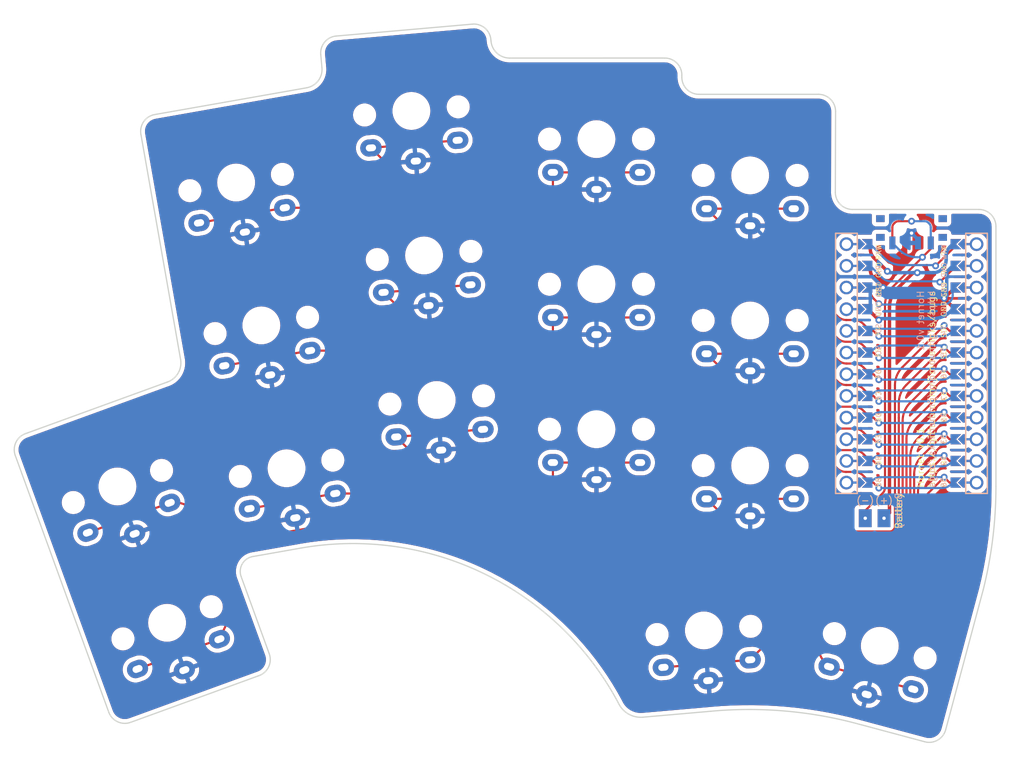
<source format=kicad_pcb>
(kicad_pcb (version 20210925) (generator pcbnew)
  (title_block (title "Hornet") (date "2021-10-11") (rev "0.1") (company "jmnw"))
  (layers (0 "F.Cu" signal) (31 "B.Cu" signal) (34 "B.Paste" user) (35 "F.Paste" user) (36 "B.SilkS" user "B.Silkscreen") (37 "F.SilkS" user "F.Silkscreen") (38 "B.Mask" user) (39 "F.Mask" user) (44 "Edge.Cuts" user))
  (net 0 "")
  (net 1 "unconnected-(PSW1-Pad3)")
  (net 2 "switch1")
  (net 3 "switch2")
  (net 4 "switch3")
  (net 5 "switch4")
  (net 6 "switch5")
  (net 7 "switch6")
  (net 8 "switch7")
  (net 9 "switch8")
  (net 10 "switch9")
  (net 11 "switch10")
  (net 12 "switch11")
  (net 13 "switch12")
  (net 14 "switch13")
  (net 15 "switch14")
  (net 16 "switch15")
  (net 17 "unconnected-(U1-Pad22)")
  (net 18 "unconnected-(U1-Pad2)")
  (net 19 "unconnected-(U1-Pad1)")
  (net 20 "GND")
  (net 21 "VCC")
  (net 22 "Net-(BT1-Pad2)")
  (net 23 "raw")
  (net 24 "switch16")
  (footprint "bugs:Choc_reversible" (layer "F.Cu") (at 69.140757 53.617908 10)
    (fp_text reference "SW1" hide)
    (fp_text value "SW_PUSH" hide)
  )
  (footprint "bugs:Choc_reversible" (layer "F.Cu") (at 89.665856 45.226904 5)
    (fp_text reference "SW2" hide)
    (fp_text value "SW_PUSH" hide)
  )
  (footprint "bugs:Choc_reversible" (layer "F.Cu") (at 111.336195 48.530934)
    (fp_text reference "SW3" hide)
    (fp_text value "SW_PUSH" hide)
  )
  (footprint "bugs:Choc_reversible" (layer "F.Cu") (at 129.336202 52.780934)
    (fp_text reference "SW4" hide)
    (fp_text value "SW_PUSH" hide)
  )
  (footprint "bugs:Choc_reversible" (layer "F.Cu") (at 72.092776 70.359647 10)
    (fp_text reference "SW6" hide)
    (fp_text value "SW_PUSH" hide)
  )
  (footprint "bugs:Choc_reversible" (layer "F.Cu") (at 91.147505 62.162212 5)
    (fp_text reference "SW7" hide)
    (fp_text value "SW_PUSH" hide)
  )
  (footprint "bugs:Choc_reversible" (layer "F.Cu") (at 111.336208 65.530931)
    (fp_text reference "SW8" hide)
    (fp_text value "SW_PUSH" hide)
  )
  (footprint "bugs:Choc_reversible" (layer "F.Cu") (at 129.336199 69.780935)
    (fp_text reference "SW9" hide)
    (fp_text value "SW_PUSH" hide)
  )
  (footprint "bugs:Choc_reversible" (layer "F.Cu") (at 75.044799 87.101379 10)
    (fp_text reference "SW11" hide)
    (fp_text value "SW_PUSH" hide)
  )
  (footprint "bugs:Choc_reversible" (layer "F.Cu") (at 92.629142 79.097534 5)
    (fp_text reference "SW12" hide)
    (fp_text value "SW_PUSH" hide)
  )
  (footprint "bugs:Choc_reversible" (layer "F.Cu") (at 111.336204 82.530931)
    (fp_text reference "SW13" hide)
    (fp_text value "SW_PUSH" hide)
  )
  (footprint "bugs:Choc_reversible" (layer "F.Cu") (at 123.914429 106.102066 5)
    (fp_text reference "SW15" hide)
    (fp_text value "SW_PUSH" hide)
  )
  (footprint "bugs:Choc_reversible" (layer "F.Cu") (at 144.514159 107.904465 -15)
    (fp_text reference "SW16" hide)
    (fp_text value "SW_PUSH" hide)
  )
  (footprint "bugs:ProMicro_jumpers" (layer "F.Cu") (at 148.226199 74.810934)
    (fp_text reference "U1" hide)
    (fp_text value "ProMicro")
  )
  (footprint "bugs:Choc_reversible" (layer "F.Cu") (at 61.054614 105.207873 20)
    (fp_text reference "SW10" hide)
    (fp_text value "SW_PUSH" hide)
  )
  (footprint "bugs:Choc_reversible" (layer "F.Cu") (at 55.24027 89.233106 20)
    (fp_text reference "SW5" hide)
    (fp_text value "SW_PUSH" hide)
  )
  (footprint "bugs:Battery_pads_reversible" (layer "F.Cu") (at 143.911364 92.955777 180)
    (fp_text reference "BT1" hide)
    (fp_text value "Battery_Cell")
  )
  (footprint "bugs:Choc_reversible" (layer "F.Cu") (at 129.336204 86.780937)
    (fp_text reference "SW14" hide)
    (fp_text value "SW_PUSH" hide)
  )
  (footprint "bugs:Power_reversible" (layer "F.Cu") (at 148.23468 58.947747 180)
    (fp_text reference "PSW1" hide)
    (fp_text value "SW_SPDT")
  )
  (footprint "kbd:thread_m2" (layer "B.Cu") (at 71.371456 83.4963 -170)
    (fp_text reference "Ref**" hide)
    (fp_text value "Val**" hide)
  )
  (footprint "kbd:thread_m2" (layer "B.Cu") (at 68.417693 66.744712 -170)
    (fp_text reference "Ref**" hide)
    (fp_text value "Val**" hide)
  )
  (footprint "kbd:thread_m2" (layer "B.Cu") (at 126.344678 56.84275 180)
    (fp_text reference "Ref**" hide)
    (fp_text value "Val**" hide)
  )
  (gr_line (start 44.473102 83.04236) (end 61.10271 76.989758) (layer "Edge.Cuts") (width 0.15))
  (gr_line (start 71.085652 97.445928) (end 76.694628 96.456913) (layer "Edge.Cuts") (width 0.15))
  (gr_arc (start 81.04199 38.442534) (end 80.867682 36.450134) (angle -90) (layer "Edge.Cuts") (width 0.15))
  (gr_arc (start 108.194786 89.237753) (end 156.633187 101.31653) (angle -14.00185829) (layer "Edge.Cuts") (width 0.15))
  (gr_arc (start 156.116609 58.770532) (end 158.116608 58.770533) (angle -90) (layer "Edge.Cuts") (width 0.15))
  (gr_line (start 121.336222 41.031378) (end 121.336612 41.280525) (layer "Edge.Cuts") (width 0.15))
  (gr_line (start 142.05562 117.080324) (end 149.783018 119.150874) (layer "Edge.Cuts") (width 0.15))
  (gr_line (start 98.973495 36.873723) (end 98.987966 37.039096) (layer "Edge.Cuts") (width 0.15))
  (gr_arc (start 71.393437 99.191447) (end 71.085652 97.445928) (angle -100.0004913) (layer "Edge.Cuts") (width 0.15))
  (gr_arc (start 59.959623 47.620672) (end 59.612325 45.651059) (angle -90) (layer "Edge.Cuts") (width 0.15))
  (gr_arc (start 77.015989 40.366033) (end 77.394996 42.515487) (angle -84.99985992) (layer "Edge.Cuts") (width 0.15))
  (gr_line (start 141.310734 56.770523) (end 156.116608 56.770532) (layer "Edge.Cuts") (width 0.15))
  (gr_line (start 73.01713 108.835491) (end 69.727886 99.797674) (layer "Edge.Cuts") (width 0.15))
  (gr_arc (start 129.211703 164.348897) (end 124.742885 115.570686) (angle 20.43604538) (layer "Edge.Cuts") (width 0.15))
  (gr_arc (start 45.157133 84.921758) (end 44.473102 83.04236) (angle -90) (layer "Edge.Cuts") (width 0.15))
  (gr_line (start 123.336621 43.280528) (end 137.336399 43.280748) (layer "Edge.Cuts") (width 0.15))
  (gr_arc (start 150.300657 117.219022) (end 149.783018 119.150874) (angle -90) (layer "Edge.Cuts") (width 0.15))
  (gr_line (start 152.232511 117.736659) (end 156.633187 101.31653) (layer "Edge.Cuts") (width 0.15))
  (gr_arc (start 137.336395 45.280746) (end 139.336399 45.280745) (angle -90) (layer "Edge.Cuts") (width 0.15))
  (gr_line (start 71.821798 111.39893) (end 56.786439 116.871352) (layer "Edge.Cuts") (width 0.15))
  (gr_line (start 158.116608 58.770533) (end 158.116478 89.237807) (layer "Edge.Cuts") (width 0.15))
  (gr_arc (start 123.336613 41.28053) (end 121.336612 41.280525) (angle -90) (layer "Edge.Cuts") (width 0.15))
  (gr_line (start 101.162274 39.031481) (end 119.336227 39.031377) (layer "Edge.Cuts") (width 0.15))
  (gr_arc (start 116.521681 113.392548) (end 113.9 114.6) (angle -70.27275288) (layer "Edge.Cuts") (width 0.15))
  (gr_arc (start 71.137745 109.519542) (end 73.01713 108.835491) (angle 90) (layer "Edge.Cuts") (width 0.15))
  (gr_arc (start 101.162269 36.848865) (end 98.987966 37.039096) (angle -85.00013873) (layer "Edge.Cuts") (width 0.15))
  (gr_line (start 62.634798 74.336105) (end 57.990004 47.967966) (layer "Edge.Cuts") (width 0.15))
  (gr_arc (start 60.287504 74.749999) (end 61.10271 76.989758) (angle -79.99998711) (layer "Edge.Cuts") (width 0.15))
  (gr_arc (start 96.981102 37.048034) (end 98.973495 36.873723) (angle -90) (layer "Edge.Cuts") (width 0.15))
  (gr_line (start 43.27775 85.605795) (end 54.223001 115.67602) (layer "Edge.Cuts") (width 0.15))
  (gr_line (start 116.773337 116.26793) (end 124.742885 115.570686) (layer "Edge.Cuts") (width 0.15))
  (gr_arc (start 82.809479 131.136804) (end 113.9 114.6) (angle -71.99160254) (layer "Edge.Cuts") (width 0.15))
  (gr_line (start 79.049606 38.616839) (end 79.1903 40.175807) (layer "Edge.Cuts") (width 0.15))
  (gr_line (start 80.867682 36.450134) (end 96.806798 35.055648) (layer "Edge.Cuts") (width 0.15))
  (gr_arc (start 56.102386 114.991967) (end 56.786439 116.871352) (angle 90) (layer "Edge.Cuts") (width 0.15))
  (gr_line (start 59.612325 45.651059) (end 77.394996 42.515487) (layer "Edge.Cuts") (width 0.15))
  (gr_arc (start 119.336225 41.031377) (end 121.336222 41.031378) (angle -90) (layer "Edge.Cuts") (width 0.15))
  (gr_line (start 139.336399 45.280745) (end 139.310739 54.770533) (layer "Edge.Cuts") (width 0.15))
  (gr_arc (start 141.310739 54.770531) (end 139.310739 54.770533) (angle -90) (layer "Edge.Cuts") (width 0.15))
  (gr_text "Hornet v0.1\nhttps://github.com/jimmerricks/bugs" (at 149.94 66.220003 90) (layer "B.SilkS") (effects (font (size 0.8 0.8) (thickness 0.1)) (justify left mirror)))
  (gr_text "Hornet v0.1\nhttps://github.com/jimmerricks/bugs" (at 149.94 89.44 90) (layer "F.SilkS") (effects (font (size 0.8 0.8) (thickness 0.1)) (justify left)))
  (segment (start 145.984682 58.890986) (end 145.984681 60.697748) (width 0.25) (layer "F.Cu") (net 1))
  (segment (start 148.234681 58.147745) (end 146.727923 58.147746) (width 0.25) (layer "F.Cu") (net 1))
  (segment (start 146.261235 58.341055) (end 146.177993 58.424293) (width 0.25) (layer "F.Cu") (net 1))
  (via (at 148.234681 58.147745) (size 0.8) (drill 0.4) (layers "F.Cu" "B.Cu") (net 1))
  (arc (start 146.261235 58.341055) (mid 146.475353 58.197985) (end 146.727923 58.147746) (width 0.25) (layer "F.Cu") (net 1))
  (arc (start 146.177993 58.424293) (mid 146.034922 58.638414) (end 145.984682 58.890986) (width 0.25) (layer "F.Cu") (net 1))
  (segment (start 150.220968 58.341057) (end 150.291374 58.411464) (width 0.25) (layer "B.Cu") (net 1))
  (segment (start 150.484681 58.87815) (end 150.484686 60.697745) (width 0.25) (layer "B.Cu") (net 1))
  (segment (start 148.234681 58.147745) (end 149.754276 58.147743) (width 0.25) (layer "B.Cu") (net 1))
  (arc (start 150.291374 58.411464) (mid 150.434442 58.625582) (end 150.484681 58.87815) (width 0.25) (layer "B.Cu") (net 1))
  (arc (start 150.220968 58.341057) (mid 150.006848 58.197985) (end 149.754276 58.147743) (width 0.25) (layer "B.Cu") (net 1))
  (segment (start 136.641364 73.374459) (end 136.641365 68.904253) (width 0.25) (layer "F.Cu") (net 2))
  (segment (start 143.765205 78.620932) (end 143.400202 78.620935) (width 0.25) (layer "F.Cu") (net 2))
  (segment (start 101.992843 56.573054) (end 74.840504 56.573053) (width 0.25) (layer "F.Cu") (net 2))
  (segment (start 139.552027 76.906441) (end 137.080705 74.43512) (width 0.25) (layer "F.Cu") (net 2))
  (segment (start 141.503725 77.34578) (end 140.612687 77.345779) (width 0.25) (layer "F.Cu") (net 2))
  (segment (start 144.400202 79.255933) (end 143.765205 78.620932) (width 0.25) (layer "F.Cu") (net 2))
  (segment (start 136.202025 67.843593) (end 131.818307 63.459877) (width 0.25) (layer "F.Cu") (net 2))
  (segment (start 108.364945 61.702516) (end 104.114164 57.451734) (width 0.25) (layer "F.Cu") (net 2))
  (segment (start 129.696987 62.581198) (end 110.486266 62.581196) (width 0.25) (layer "F.Cu") (net 2))
  (segment (start 143.400202 78.620935) (end 142.564383 77.785118) (width 0.25) (layer "F.Cu") (net 2))
  (segment (start 64.795471 58.344265) (end 74.840509 56.573052) (width 0.25) (layer "F.Cu") (net 2))
  (via (at 144.400202 79.255933) (size 0.8) (drill 0.4) (layers "F.Cu" "B.Cu") (net 2))
  (arc (start 136.641365 68.904253) (mid 136.527183 68.330228) (end 136.202025 67.843593) (width 0.25) (layer "F.Cu") (net 2))
  (arc (start 139.552027 76.906441) (mid 140.038661 77.231598) (end 140.612687 77.345779) (width 0.25) (layer "F.Cu") (net 2))
  (arc (start 137.080705 74.43512) (mid 136.755545 73.948485) (end 136.641364 73.374459) (width 0.25) (layer "F.Cu") (net 2))
  (arc (start 101.992843 56.573054) (mid 103.140894 56.801416) (end 104.114164 57.451734) (width 0.25) (layer "F.Cu") (net 2))
  (arc (start 141.503725 77.34578) (mid 142.077749 77.45996) (end 142.564383 77.785118) (width 0.25) (layer "F.Cu") (net 2))
  (arc (start 108.364945 61.702516) (mid 109.338215 62.352835) (end 110.486266 62.581196) (width 0.25) (layer "F.Cu") (net 2))
  (arc (start 129.696987 62.581198) (mid 130.845037 62.809559) (end 131.818307 63.459877) (width 0.25) (layer "F.Cu") (net 2))
  (segment (start 144.400202 79.255933) (end 151.795877 79.255934) (width 0.25) (layer "B.Cu") (net 2))
  (segment (start 152.856543 78.816588) (end 153.052199 78.62093) (width 0.25) (layer "B.Cu") (net 2))
  (arc (start 151.795877 79.255934) (mid 152.369905 79.141752) (end 152.856543 78.816588) (width 0.25) (layer "B.Cu") (net 2))
  (segment (start 108.551145 61.252998) (end 104.300362 57.002214) (width 0.25) (layer "F.Cu") (net 3))
  (segment (start 90.613462 55.244854) (end 84.92517 49.556559) (width 0.25) (layer "F.Cu") (net 3))
  (segment (start 129.883187 62.131678) (end 110.672466 62.131678) (width 0.25) (layer "F.Cu") (net 3))
  (segment (start 143.4002 76.080934) (end 142.584384 75.265119) (width 0.25) (layer "F.Cu") (net 3))
  (segment (start 143.400201 76.08093) (end 143.765203 76.080933) (width 0.25) (layer "F.Cu") (net 3))
  (segment (start 137.090886 71.283979) (end 137.090886 68.718055) (width 0.25) (layer "F.Cu") (net 3))
  (segment (start 102.179041 56.123534) (end 92.734783 56.123534) (width 0.25) (layer "F.Cu") (net 3))
  (segment (start 143.765203 76.080933) (end 144.4002 76.715932) (width 0.25) (layer "F.Cu") (net 3))
  (segment (start 136.651546 67.657395) (end 132.004507 63.010357) (width 0.25) (layer "F.Cu") (net 3))
  (segment (start 84.925173 49.556559) (end 95.086359 48.667568) (width 0.25) (layer "F.Cu") (net 3))
  (segment (start 141.523724 74.82578) (end 140.632685 74.82578) (width 0.25) (layer "F.Cu") (net 3))
  (segment (start 139.572024 74.38644) (end 137.530225 72.344639) (width 0.25) (layer "F.Cu") (net 3))
  (via (at 144.4002 76.715932) (size 0.8) (drill 0.4) (layers "F.Cu" "B.Cu") (net 3))
  (arc (start 136.651546 67.657395) (mid 136.976705 68.14403) (end 137.090886 68.718055) (width 0.25) (layer "F.Cu") (net 3))
  (arc (start 90.613462 55.244854) (mid 91.586732 55.895173) (end 92.734783 56.123534) (width 0.25) (layer "F.Cu") (net 3))
  (arc (start 137.090886 71.283979) (mid 137.205067 71.858004) (end 137.530225 72.344639) (width 0.25) (layer "F.Cu") (net 3))
  (arc (start 142.584384 75.265119) (mid 142.097749 74.93996) (end 141.523724 74.82578) (width 0.25) (layer "F.Cu") (net 3))
  (arc (start 104.300362 57.002214) (mid 103.327093 56.351895) (end 102.179041 56.123534) (width 0.25) (layer "F.Cu") (net 3))
  (arc (start 129.883187 62.131678) (mid 131.031237 62.360039) (end 132.004507 63.010357) (width 0.25) (layer "F.Cu") (net 3))
  (arc (start 110.672466 62.131678) (mid 109.524415 61.903316) (end 108.551145 61.252998) (width 0.25) (layer "F.Cu") (net 3))
  (arc (start 140.632685 74.82578) (mid 140.058659 74.711599) (end 139.572024 74.38644) (width 0.25) (layer "F.Cu") (net 3))
  (segment (start 144.4002 76.715932) (end 151.795878 76.715934) (width 0.25) (layer "B.Cu") (net 3))
  (segment (start 152.856538 76.276595) (end 153.052199 76.080934) (width 0.25) (layer "B.Cu") (net 3))
  (arc (start 151.795878 76.715934) (mid 152.369903 76.601754) (end 152.856538 76.276595) (width 0.25) (layer "B.Cu") (net 3))
  (segment (start 143.765202 73.540933) (end 144.4002 74.175933) (width 0.25) (layer "F.Cu") (net 4))
  (segment (start 106.236196 52.430931) (end 116.436194 52.430927) (width 0.25) (layer "F.Cu") (net 4))
  (segment (start 137.540406 69.233496) (end 137.540407 68.531858) (width 0.25) (layer "F.Cu") (net 4))
  (segment (start 139.522025 71.836439) (end 137.979745 70.294157) (width 0.25) (layer "F.Cu") (net 4))
  (segment (start 106.236193 52.43093) (end 106.236194 57.05969) (width 0.25) (layer "F.Cu") (net 4))
  (segment (start 110.858664 61.682155) (end 110.858662 61.682157) (width 0.25) (layer "F.Cu") (net 4))
  (segment (start 130.069386 61.682155) (end 110.858664 61.682155) (width 0.25) (layer "F.Cu") (net 4))
  (segment (start 143.400199 73.540934) (end 142.574381 72.715116) (width 0.25) (layer "F.Cu") (net 4))
  (segment (start 137.101066 67.471197) (end 132.190707 62.560835) (width 0.25) (layer "F.Cu") (net 4))
  (segment (start 107.114874 59.18101) (end 108.737342 60.803478) (width 0.25) (layer "F.Cu") (net 4))
  (segment (start 141.513719 72.275777) (end 140.582688 72.275778) (width 0.25) (layer "F.Cu") (net 4))
  (segment (start 143.400201 73.540936) (end 143.765202 73.540933) (width 0.25) (layer "F.Cu") (net 4))
  (via (at 144.4002 74.175933) (size 0.8) (drill 0.4) (layers "F.Cu" "B.Cu") (net 4))
  (arc (start 137.540407 68.531858) (mid 137.426227 67.957833) (end 137.101066 67.471197) (width 0.25) (layer "F.Cu") (net 4))
  (arc (start 130.069386 61.682155) (mid 131.217437 61.910517) (end 132.190707 62.560835) (width 0.25) (layer "F.Cu") (net 4))
  (arc (start 107.114874 59.18101) (mid 106.464556 58.20774) (end 106.236194 57.05969) (width 0.25) (layer "F.Cu") (net 4))
  (arc (start 139.522025 71.836439) (mid 140.008661 72.161598) (end 140.582688 72.275778) (width 0.25) (layer "F.Cu") (net 4))
  (arc (start 137.540406 69.233496) (mid 137.654586 69.807521) (end 137.979745 70.294157) (width 0.25) (layer "F.Cu") (net 4))
  (arc (start 142.574381 72.715116) (mid 142.087745 72.389957) (end 141.513719 72.275777) (width 0.25) (layer "F.Cu") (net 4))
  (arc (start 108.737342 60.803478) (mid 109.710612 61.453796) (end 110.858662 61.682157) (width 0.25) (layer "F.Cu") (net 4))
  (segment (start 144.4002 74.175933) (end 151.795881 74.175932) (width 0.25) (layer "B.Cu") (net 4))
  (segment (start 152.856536 73.736597) (end 153.0522 73.540935) (width 0.25) (layer "B.Cu") (net 4))
  (arc (start 151.795881 74.175932) (mid 152.369903 74.061753) (end 152.856536 73.736597) (width 0.25) (layer "B.Cu") (net 4))
  (segment (start 139.552027 69.286439) (end 132.376905 62.111316) (width 0.25) (layer "F.Cu") (net 5))
  (segment (start 130.255585 61.232637) (end 130.030545 61.232637) (width 0.25) (layer "F.Cu") (net 5))
  (segment (start 143.400199 71.000934) (end 142.564383 70.165117) (width 0.25) (layer "F.Cu") (net 5))
  (segment (start 141.503721 69.725777) (end 140.612689 69.725778) (width 0.25) (layer "F.Cu") (net 5))
  (segment (start 124.236199 56.680931) (end 134.436202 56.680935) (width 0.25) (layer "F.Cu") (net 5))
  (segment (start 143.765196 71.000936) (end 144.4002 71.635934) (width 0.25) (layer "F.Cu") (net 5))
  (segment (start 143.400198 71.000935) (end 143.765196 71.000936) (width 0.25) (layer "F.Cu") (net 5))
  (segment (start 127.909225 60.353957) (end 124.236202 56.680934) (width 0.25) (layer "F.Cu") (net 5))
  (via (at 144.4002 71.635934) (size 0.8) (drill 0.4) (layers "F.Cu" "B.Cu") (net 5))
  (arc (start 140.612689 69.725778) (mid 140.038662 69.611597) (end 139.552027 69.286439) (width 0.25) (layer "F.Cu") (net 5))
  (arc (start 142.564383 70.165117) (mid 142.077747 69.839958) (end 141.503721 69.725777) (width 0.25) (layer "F.Cu") (net 5))
  (arc (start 130.255585 61.232637) (mid 131.403635 61.460998) (end 132.376905 62.111316) (width 0.25) (layer "F.Cu") (net 5))
  (arc (start 130.030545 61.232637) (mid 128.882494 61.004275) (end 127.909225 60.353957) (width 0.25) (layer "F.Cu") (net 5))
  (segment (start 152.856542 71.196591) (end 153.0522 71.000932) (width 0.25) (layer "B.Cu") (net 5))
  (segment (start 144.4002 71.635934) (end 151.795878 71.635935) (width 0.25) (layer "B.Cu") (net 5))
  (arc (start 152.856542 71.196591) (mid 152.369906 71.521753) (end 151.795878 71.635935) (width 0.25) (layer "B.Cu") (net 5))
  (segment (start 83.127271 91.384723) (end 83.127269 91.384725) (width 0.25) (layer "F.Cu") (net 6))
  (segment (start 145.965 96.306442) (end 109.533981 96.306442) (width 0.25) (layer "F.Cu") (net 6))
  (segment (start 101.248301 90.506046) (end 85.248592 90.506043) (width 0.25) (layer "F.Cu") (net 6))
  (segment (start 153.0522 81.160935) (end 152.6872 81.160935) (width 0.25) (layer "F.Cu") (net 6))
  (segment (start 68.266959 94.88241) (end 63.642732 91.644492) (width 0.25) (layer "F.Cu") (net 6))
  (segment (start 61.401059 91.147526) (end 61.366579 91.153605) (width 0.25) (layer "F.Cu") (net 6))
  (segment (start 148.089446 85.779446) (end 148.089445 94.181996) (width 0.25) (layer "F.Cu") (net 6))
  (segment (start 51.781713 94.642213) (end 61.366579 91.153606) (width 0.25) (layer "F.Cu") (net 6))
  (segment (start 152.6872 81.160935) (end 152.052198 80.525931) (width 0.25) (layer "F.Cu") (net 6))
  (segment (start 152.052198 80.525931) (end 148.968125 83.610004) (width 0.25) (layer "F.Cu") (net 6))
  (segment (start 147.603244 95.355792) (end 147.138799 95.820238) (width 0.25) (layer "F.Cu") (net 6))
  (segment (start 101.248301 90.506046) (end 101.248298 90.506046) (width 0.25) (layer "F.Cu") (net 6))
  (segment (start 148.089446 85.731324) (end 148.089446 85.779446) (width 0.25) (layer "F.Cu") (net 6))
  (segment (start 103.36962 91.384726) (end 103.369619 91.384726) (width 0.25) (layer "F.Cu") (net 6))
  (segment (start 80.047266 93.697459) (end 70.508633 95.379379) (width 0.25) (layer "F.Cu") (net 6))
  (segment (start 83.127269 91.384725) (end 81.647644 92.864353) (width 0.25) (layer "F.Cu") (net 6))
  (segment (start 107.412662 95.427764) (end 103.369619 91.384726) (width 0.25) (layer "F.Cu") (net 6))
  (segment (start 101.248298 90.506046) (end 101.248301 90.506046) (width 0.25) (layer "F.Cu") (net 6))
  (via (at 152.052198 80.525931) (size 0.8) (drill 0.4) (layers "F.Cu" "B.Cu") (net 6))
  (arc (start 147.138799 95.820238) (mid 146.600256 96.180082) (end 145.965 96.306442) (width 0.25) (layer "F.Cu") (net 6))
  (arc (start 107.412662 95.427764) (mid 108.385932 96.078081) (end 109.533981 96.306442) (width 0.25) (layer "F.Cu") (net 6))
  (arc (start 103.36962 91.384726) (mid 102.39635 90.734407) (end 101.248298 90.506046) (width 0.25) (layer "F.Cu") (net 6))
  (arc (start 148.089446 85.731324) (mid 148.317807 84.583274) (end 148.968125 83.610004) (width 0.25) (layer "F.Cu") (net 6))
  (arc (start 63.642732 91.644492) (mid 62.571322 91.173061) (end 61.401059 91.147526) (width 0.25) (layer "F.Cu") (net 6))
  (arc (start 83.127271 91.384723) (mid 84.100541 90.734405) (end 85.248592 90.506043) (width 0.25) (layer "F.Cu") (net 6))
  (arc (start 147.603244 95.355792) (mid 147.963086 94.81725) (end 148.089445 94.181996) (width 0.25) (layer "F.Cu") (net 6))
  (arc (start 81.647644 92.864353) (mid 80.911568 93.404066) (end 80.047266 93.697459) (width 0.25) (layer "F.Cu") (net 6))
  (arc (start 70.508633 95.379379) (mid 69.338369 95.353841) (end 68.266959 94.88241) (width 0.25) (layer "F.Cu") (net 6))
  (segment (start 143.595859 80.965276) (end 143.400201 81.160935) (width 0.25) (layer "B.Cu") (net 6))
  (segment (start 152.052198 80.525931) (end 144.656519 80.525935) (width 0.25) (layer "B.Cu") (net 6))
  (arc (start 143.595859 80.965276) (mid 144.082494 80.640116) (end 144.656519 80.525935) (width 0.25) (layer "B.Cu") (net 6))
  (segment (start 103.645904 74.193472) (end 108.184947 78.732515) (width 0.25) (layer "F.Cu") (net 7))
  (segment (start 110.306267 79.611194) (end 130.784143 79.611196) (width 0.25) (layer "F.Cu") (net 7))
  (segment (start 67.747486 75.086003) (end 77.792523 73.314794) (width 0.25) (layer "F.Cu") (net 7))
  (segment (start 142.584384 87.965119) (end 143.400199 88.780937) (width 0.25) (layer "F.Cu") (net 7))
  (segment (start 77.792523 73.314792) (end 101.524583 73.314792) (width 0.25) (layer "F.Cu") (net 7))
  (segment (start 140.562687 87.525778) (end 141.523721 87.525777) (width 0.25) (layer "F.Cu") (net 7))
  (segment (start 143.400196 88.780933) (end 143.765201 88.780933) (width 0.25) (layer "F.Cu") (net 7))
  (segment (start 132.905464 80.489876) (end 139.502026 87.086438) (width 0.25) (layer "F.Cu") (net 7))
  (segment (start 143.765201 88.780933) (end 144.400197 89.415935) (width 0.25) (layer "F.Cu") (net 7))
  (via (at 144.400197 89.415935) (size 0.8) (drill 0.4) (layers "F.Cu" "B.Cu") (net 7))
  (arc (start 141.523721 87.525777) (mid 142.097748 87.639958) (end 142.584384 87.965119) (width 0.25) (layer "F.Cu") (net 7))
  (arc (start 103.645904 74.193472) (mid 102.672634 73.543153) (end 101.524583 73.314792) (width 0.25) (layer "F.Cu") (net 7))
  (arc (start 108.184947 78.732515) (mid 109.158217 79.382833) (end 110.306267 79.611194) (width 0.25) (layer "F.Cu") (net 7))
  (arc (start 140.562687 87.525778) (mid 139.988661 87.411596) (end 139.502026 87.086438) (width 0.25) (layer "F.Cu") (net 7))
  (arc (start 132.905464 80.489876) (mid 131.932194 79.839557) (end 130.784143 79.611196) (width 0.25) (layer "F.Cu") (net 7))
  (segment (start 144.400197 89.415935) (end 151.795879 89.415935) (width 0.25) (layer "B.Cu") (net 7))
  (segment (start 152.856538 88.976597) (end 153.052198 88.780937) (width 0.25) (layer "B.Cu") (net 7))
  (arc (start 152.856538 88.976597) (mid 152.369903 89.301755) (end 151.795879 89.415935) (width 0.25) (layer "B.Cu") (net 7))
  (segment (start 96.568006 65.602877) (end 96.568004 65.844142) (width 0.25) (layer "F.Cu") (net 8))
  (segment (start 110.49247 79.16168) (end 110.492463 79.161674) (width 0.25) (layer "F.Cu") (net 8))
  (segment (start 86.406817 66.491867) (end 96.567999 65.60288) (width 0.25) (layer "F.Cu") (net 8))
  (segment (start 108.371146 78.282995) (end 103.832094 73.74395) (width 0.25) (layer "F.Cu") (net 8))
  (segment (start 141.51372 84.975777) (end 138.648405 84.975779) (width 0.25) (layer "F.Cu") (net 8))
  (segment (start 91.901545 71.986592) (end 86.406819 66.491866) (width 0.25) (layer "F.Cu") (net 8))
  (segment (start 130.970343 79.16168) (end 110.49247 79.16168) (width 0.25) (layer "F.Cu") (net 8))
  (segment (start 101.710775 72.865272) (end 94.022865 72.865272) (width 0.25) (layer "F.Cu") (net 8))
  (segment (start 137.587744 84.536439) (end 133.091663 80.040359) (width 0.25) (layer "F.Cu") (net 8))
  (segment (start 143.765202 86.240933) (end 144.400199 86.875931) (width 0.25) (layer "F.Cu") (net 8))
  (segment (start 142.574382 85.415117) (end 143.400199 86.240934) (width 0.25) (layer "F.Cu") (net 8))
  (segment (start 143.400202 86.240933) (end 143.765202 86.240933) (width 0.25) (layer "F.Cu") (net 8))
  (via (at 144.400199 86.875931) (size 0.8) (drill 0.4) (layers "F.Cu" "B.Cu") (net 8))
  (arc (start 94.022865 72.865272) (mid 92.874815 72.63691) (end 91.901545 71.986592) (width 0.25) (layer "F.Cu") (net 8))
  (arc (start 110.492463 79.161674) (mid 109.344416 78.933312) (end 108.371146 78.282995) (width 0.25) (layer "F.Cu") (net 8))
  (arc (start 103.832094 73.74395) (mid 102.858824 73.093633) (end 101.710775 72.865272) (width 0.25) (layer "F.Cu") (net 8))
  (arc (start 142.574382 85.415117) (mid 142.087747 85.089957) (end 141.51372 84.975777) (width 0.25) (layer "F.Cu") (net 8))
  (arc (start 133.091663 80.040359) (mid 132.118393 79.390041) (end 130.970343 79.16168) (width 0.25) (layer "F.Cu") (net 8))
  (arc (start 138.648405 84.975779) (mid 138.074379 84.861598) (end 137.587744 84.536439) (width 0.25) (layer "F.Cu") (net 8))
  (segment (start 144.400199 86.875931) (end 151.795877 86.875937) (width 0.25) (layer "B.Cu") (net 8))
  (segment (start 152.856544 86.436591) (end 153.052201 86.240932) (width 0.25) (layer "B.Cu") (net 8))
  (arc (start 151.795877 86.875937) (mid 152.369907 86.761755) (end 152.856544 86.436591) (width 0.25) (layer "B.Cu") (net 8))
  (segment (start 107.114888 76.391025) (end 108.557338 77.833475) (width 0.25) (layer "F.Cu") (net 9))
  (segment (start 143.7652 83.700934) (end 144.400198 84.335933) (width 0.25) (layer "F.Cu") (net 9))
  (segment (start 143.400201 83.700935) (end 142.584381 82.885115) (width 0.25) (layer "F.Cu") (net 9))
  (segment (start 141.523721 82.445776) (end 136.75412 82.445777) (width 0.25) (layer "F.Cu") (net 9))
  (segment (start 106.236211 69.430928) (end 116.436207 69.430925) (width 0.25) (layer "F.Cu") (net 9))
  (segment (start 106.236208 69.430931) (end 106.236208 74.269704) (width 0.25) (layer "F.Cu") (net 9))
  (segment (start 131.156537 78.712155) (end 110.678659 78.712155) (width 0.25) (layer "F.Cu") (net 9))
  (segment (start 135.693462 82.006437) (end 133.277857 79.590834) (width 0.25) (layer "F.Cu") (net 9))
  (segment (start 143.400201 83.700932) (end 143.7652 83.700934) (width 0.25) (layer "F.Cu") (net 9))
  (via (at 144.400198 84.335933) (size 0.8) (drill 0.4) (layers "F.Cu" "B.Cu") (net 9))
  (arc (start 106.236208 74.269704) (mid 106.46457 75.417755) (end 107.114888 76.391025) (width 0.25) (layer "F.Cu") (net 9))
  (arc (start 133.277857 79.590834) (mid 132.304588 78.940516) (end 131.156537 78.712155) (width 0.25) (layer "F.Cu") (net 9))
  (arc (start 135.693462 82.006437) (mid 136.180096 82.331596) (end 136.75412 82.445777) (width 0.25) (layer "F.Cu") (net 9))
  (arc (start 141.523721 82.445776) (mid 142.097746 82.559957) (end 142.584381 82.885115) (width 0.25) (layer "F.Cu") (net 9))
  (arc (start 108.557338 77.833475) (mid 109.530608 78.483793) (end 110.678659 78.712155) (width 0.25) (layer "F.Cu") (net 9))
  (segment (start 152.85654 83.896596) (end 153.052201 83.700935) (width 0.25) (layer "B.Cu") (net 9))
  (segment (start 144.400198 84.335933) (end 151.795881 84.335934) (width 0.25) (layer "B.Cu") (net 9))
  (arc (start 152.85654 83.896596) (mid 152.369905 84.221754) (end 151.795881 84.335934) (width 0.25) (layer "B.Cu") (net 9))
  (segment (start 133.464057 79.141316) (end 133.769179 79.446438) (width 0.25) (layer "F.Cu") (net 10))
  (segment (start 124.236204 73.680935) (end 127.939223 77.383955) (width 0.25) (layer "F.Cu") (net 10))
  (segment (start 143.400201 81.160935) (end 143.765195 81.160932) (width 0.25) (layer "F.Cu") (net 10))
  (segment (start 124.236203 73.680933) (end 134.436203 73.680933) (width 0.25) (layer "F.Cu") (net 10))
  (segment (start 143.765195 81.160932) (end 144.400202 81.795933) (width 0.25) (layer "F.Cu") (net 10))
  (segment (start 142.564385 80.325119) (end 143.400198 81.160934) (width 0.25) (layer "F.Cu") (net 10))
  (segment (start 134.82984 79.885779) (end 141.503724 79.885778) (width 0.25) (layer "F.Cu") (net 10))
  (segment (start 130.060546 78.262635) (end 131.342733 78.262634) (width 0.25) (layer "F.Cu") (net 10))
  (via (at 144.400202 81.795933) (size 0.8) (drill 0.4) (layers "F.Cu" "B.Cu") (net 10))
  (arc (start 131.342733 78.262634) (mid 132.490786 78.490996) (end 133.464057 79.141316) (width 0.25) (layer "F.Cu") (net 10))
  (arc (start 130.060546 78.262635) (mid 128.912494 78.034274) (end 127.939223 77.383955) (width 0.25) (layer "F.Cu") (net 10))
  (arc (start 142.564385 80.325119) (mid 142.07775 79.999958) (end 141.503724 79.885778) (width 0.25) (layer "F.Cu") (net 10))
  (arc (start 134.82984 79.885779) (mid 134.255814 79.771598) (end 133.769179 79.446438) (width 0.25) (layer "F.Cu") (net 10))
  (segment (start 152.856542 81.356593) (end 153.0522 81.160935) (width 0.25) (layer "B.Cu") (net 10))
  (segment (start 144.400202 81.795933) (end 151.795882 81.795933) (width 0.25) (layer "B.Cu") (net 10))
  (arc (start 152.856542 81.356593) (mid 152.369907 81.681752) (end 151.795882 81.795933) (width 0.25) (layer "B.Cu") (net 10))
  (segment (start 152.052198 83.065936) (end 149.417645 85.700489) (width 0.25) (layer "F.Cu") (net 11))
  (segment (start 67.180924 107.128371) (end 68.628614 104.02379) (width 0.25) (layer "F.Cu") (net 11))
  (segment (start 101.062104 90.955565) (end 92.824434 90.955566) (width 0.25) (layer "F.Cu") (net 11))
  (segment (start 80.264742 94.115698) (end 70.417846 95.851972) (width 0.25) (layer "F.Cu") (net 11))
  (segment (start 148.538966 87.821809) (end 148.538966 94.115916) (width 0.25) (layer "F.Cu") (net 11))
  (segment (start 57.596057 110.61698) (end 67.180926 107.128375) (width 0.25) (layer "F.Cu") (net 11))
  (segment (start 68.481333 97.085666) (end 68.427677 97.162296) (width 0.25) (layer "F.Cu") (net 11))
  (segment (start 153.052201 83.700935) (end 152.687199 83.700932) (width 0.25) (layer "F.Cu") (net 11))
  (segment (start 92.824434 90.955566) (end 85.434786 90.955566) (width 0.25) (layer "F.Cu") (net 11))
  (segment (start 147.856525 95.763475) (end 147.546479 96.073521) (width 0.25) (layer "F.Cu") (net 11))
  (segment (start 68.72877 101.729874) (end 68.36095 100.719301) (width 0.25) (layer "F.Cu") (net 11))
  (segment (start 83.313465 91.834247) (end 81.865118 93.282594) (width 0.25) (layer "F.Cu") (net 11))
  (segment (start 103.183424 91.843424) (end 103.183424 91.834245) (width 0.25) (layer "F.Cu") (net 11))
  (segment (start 145.89892 96.755962) (end 109.338603 96.755962) (width 0.25) (layer "F.Cu") (net 11))
  (segment (start 68.36095 100.719301) (end 68.066055 99.909084) (width 0.25) (layer "F.Cu") (net 11))
  (segment (start 107.217282 95.877282) (end 103.183424 91.843424) (width 0.25) (layer "F.Cu") (net 11))
  (segment (start 152.687199 83.700932) (end 152.052198 83.065936) (width 0.25) (layer "F.Cu") (net 11))
  (via (at 152.052198 83.065936) (size 0.8) (drill 0.4) (layers "F.Cu" "B.Cu") (net 11))
  (arc (start 68.066055 99.909084) (mid 67.910799 98.491445) (end 68.427677 97.162296) (width 0.25) (layer "F.Cu") (net 11))
  (arc (start 80.264742 94.115698) (mid 81.129043 93.822308) (end 81.865118 93.282594) (width 0.25) (layer "F.Cu") (net 11))
  (arc (start 68.628614 104.02379) (mid 68.906836 102.886793) (end 68.72877 101.729874) (width 0.25) (layer "F.Cu") (net 11))
  (arc (start 103.183424 91.834245) (mid 102.210155 91.183927) (end 101.062104 90.955565) (width 0.25) (layer "F.Cu") (net 11))
  (arc (start 145.89892 96.755962) (mid 146.790572 96.578601) (end 147.546479 96.073521) (width 0.25) (layer "F.Cu") (net 11))
  (arc (start 70.417846 95.851972) (mid 69.326891 96.276221) (end 68.481333 97.085666) (width 0.25) (layer "F.Cu") (net 11))
  (arc (start 148.538966 94.115916) (mid 148.361605 95.007568) (end 147.856525 95.763475) (width 0.25) (layer "F.Cu") (net 11))
  (arc (start 109.338603 96.755962) (mid 108.190552 96.527599) (end 107.217282 95.877282) (width 0.25) (layer "F.Cu") (net 11))
  (arc (start 85.434786 90.955566) (mid 84.286735 91.183928) (end 83.313465 91.834247) (width 0.25) (layer "F.Cu") (net 11))
  (arc (start 148.538966 87.821809) (mid 148.767328 86.67376) (end 149.417645 85.700489) (width 0.25) (layer "F.Cu") (net 11))
  (segment (start 152.052198 83.065936) (end 144.656519 83.065933) (width 0.25) (layer "B.Cu") (net 11))
  (segment (start 143.595859 83.505273) (end 143.400201 83.700932) (width 0.25) (layer "B.Cu") (net 11))
  (arc (start 144.656519 83.065933) (mid 144.082495 83.180114) (end 143.595859 83.505273) (width 0.25) (layer "B.Cu") (net 11))
  (segment (start 152.052203 77.985935) (end 148.518604 81.519534) (width 0.25) (layer "F.Cu") (net 12))
  (segment (start 152.687203 78.620935) (end 152.052204 77.985935) (width 0.25) (layer "F.Cu") (net 12))
  (segment (start 70.699505 91.827732) (end 80.744543 90.056525) (width 0.25) (layer "F.Cu") (net 12))
  (segment (start 101.434499 90.056523) (end 80.744546 90.056524) (width 0.25) (layer "F.Cu") (net 12))
  (segment (start 147.639925 83.640855) (end 147.639926 94.132486) (width 0.25) (layer "F.Cu") (net 12))
  (segment (start 107.598857 94.978242) (end 103.555821 90.935203) (width 0.25) (layer "F.Cu") (net 12))
  (segment (start 142.337537 95.856922) (end 109.720177 95.856921) (width 0.25) (layer "F.Cu") (net 12))
  (segment (start 153.052199 78.62093) (end 152.687203 78.620935) (width 0.25) (layer "F.Cu") (net 12))
  (segment (start 145.915493 95.856919) (end 142.337537 95.856922) (width 0.25) (layer "F.Cu") (net 12))
  (segment (start 147.250377 95.072939) (end 146.855944 95.467372) (width 0.25) (layer "F.Cu") (net 12))
  (via (at 152.052204 77.985935) (size 0.8) (drill 0.4) (layers "F.Cu" "B.Cu") (net 12))
  (arc (start 103.555821 90.935203) (mid 102.582549 90.284885) (end 101.434499 90.056523) (width 0.25) (layer "F.Cu") (net 12))
  (arc (start 147.639926 94.132486) (mid 147.538685 94.641456) (end 147.250377 95.072939) (width 0.25) (layer "F.Cu") (net 12))
  (arc (start 109.720177 95.856921) (mid 108.572127 95.628561) (end 107.598857 94.978242) (width 0.25) (layer "F.Cu") (net 12))
  (arc (start 147.639925 83.640855) (mid 147.868285 82.492804) (end 148.518604 81.519534) (width 0.25) (layer "F.Cu") (net 12))
  (arc (start 146.855944 95.467372) (mid 146.424461 95.755679) (end 145.915493 95.856919) (width 0.25) (layer "F.Cu") (net 12))
  (segment (start 152.052204 77.985935) (end 144.65652 77.985935) (width 0.25) (layer "B.Cu") (net 12))
  (segment (start 143.595862 78.425272) (end 143.400199 78.620935) (width 0.25) (layer "B.Cu") (net 12))
  (arc (start 144.65652 77.985935) (mid 144.082497 78.100115) (end 143.595862 78.425272) (width 0.25) (layer "B.Cu") (net 12))
  (segment (start 107.785055 94.528721) (end 103.742016 90.485681) (width 0.25) (layer "F.Cu") (net 13))
  (segment (start 98.049644 82.538197) (end 98.049641 83.460058) (width 0.25) (layer "F.Cu") (net 13))
  (segment (start 147.190404 83.400404) (end 147.190408 94.08298) (width 0.25) (layer "F.Cu") (net 13))
  (segment (start 101.620695 89.607003) (end 95.310918 89.607003) (width 0.25) (layer "F.Cu") (net 13))
  (segment (start 93.189592 88.728327) (end 87.888454 83.427188) (width 0.25) (layer "F.Cu") (net 13))
  (segment (start 152.6872 76.080935) (end 152.052201 75.445934) (width 0.25) (layer "F.Cu") (net 13))
  (segment (start 153.052199 76.080934) (end 152.6872 76.080935) (width 0.25) (layer "F.Cu") (net 13))
  (segment (start 87.888454 83.427188) (end 98.049639 82.538203) (width 0.25) (layer "F.Cu") (net 13))
  (segment (start 95.310918 89.607003) (end 95.310914 89.607007) (width 0.25) (layer "F.Cu") (net 13))
  (segment (start 145.865986 95.4074) (end 109.906375 95.407401) (width 0.25) (layer "F.Cu") (net 13))
  (segment (start 146.897513 94.790089) (end 146.573091 95.114509) (width 0.25) (layer "F.Cu") (net 13))
  (segment (start 147.190404 81.550373) (end 147.190404 83.400404) (width 0.25) (layer "F.Cu") (net 13))
  (segment (start 152.052201 75.445934) (end 148.069083 79.429053) (width 0.25) (layer "F.Cu") (net 13))
  (via (at 152.052201 75.445934) (size 0.8) (drill 0.4) (layers "F.Cu" "B.Cu") (net 13))
  (arc (start 148.069083 79.429053) (mid 147.418765 80.402323) (end 147.190404 81.550373) (width 0.25) (layer "F.Cu") (net 13))
  (arc (start 95.310914 89.607007) (mid 94.162863 89.378646) (end 93.189592 88.728327) (width 0.25) (layer "F.Cu") (net 13))
  (arc (start 109.906375 95.407401) (mid 108.758325 95.179039) (end 107.785055 94.528721) (width 0.25) (layer "F.Cu") (net 13))
  (arc (start 146.573091 95.114509) (mid 146.248668 95.33128) (end 145.865986 95.4074) (width 0.25) (layer "F.Cu") (net 13))
  (arc (start 101.620695 89.607003) (mid 102.768745 89.835364) (end 103.742016 90.485681) (width 0.25) (layer "F.Cu") (net 13))
  (arc (start 147.190408 94.08298) (mid 147.114287 94.465665) (end 146.897513 94.790089) (width 0.25) (layer "F.Cu") (net 13))
  (segment (start 143.595863 75.88527) (end 143.400201 76.08093) (width 0.25) (layer "B.Cu") (net 13))
  (segment (start 152.052201 75.445934) (end 144.656518 75.445935) (width 0.25) (layer "B.Cu") (net 13))
  (arc (start 143.595863 75.88527) (mid 144.082496 75.560115) (end 144.656518 75.445935) (width 0.25) (layer "B.Cu") (net 13))
  (segment (start 106.236204 86.430925) (end 116.436205 86.430931) (width 0.25) (layer "F.Cu") (net 14))
  (segment (start 152.052201 72.905932) (end 147.619563 77.33857) (width 0.25) (layer "F.Cu") (net 14))
  (segment (start 107.114884 93.222833) (end 107.971254 94.079203) (width 0.25) (layer "F.Cu") (net 14))
  (segment (start 110.092575 94.957884) (end 145.820619 94.957882) (width 0.25) (layer "F.Cu") (net 14))
  (segment (start 146.740886 94.037615) (end 146.740884 81.190884) (width 0.25) (layer "F.Cu") (net 14))
  (segment (start 106.236202 86.430931) (end 106.236205 91.101515) (width 0.25) (layer "F.Cu") (net 14))
  (segment (start 152.687195 73.540934) (end 152.052204 72.905932) (width 0.25) (layer "F.Cu") (net 14))
  (segment (start 146.740884 79.45989) (end 146.740884 81.190884) (width 0.25) (layer "F.Cu") (net 14))
  (segment (start 146.287312 94.764571) (end 146.547577 94.504304) (width 0.25) (layer "F.Cu") (net 14))
  (segment (start 153.0522 73.540935) (end 152.687195 73.540934) (width 0.25) (layer "F.Cu") (net 14))
  (segment (start 152.052204 72.905932) (end 152.052201 72.905932) (width 0.25) (layer "F.Cu") (net 14))
  (via (at 152.052204 72.905932) (size 0.8) (drill 0.4) (layers "F.Cu" "B.Cu") (net 14))
  (arc (start 146.547577 94.504304) (mid 146.690646 94.290184) (end 146.740886 94.037615) (width 0.25) (layer "F.Cu") (net 14))
  (arc (start 147.619563 77.33857) (mid 146.969245 78.31184) (end 146.740884 79.45989) (width 0.25) (layer "F.Cu") (net 14))
  (arc (start 107.971254 94.079203) (mid 108.944524 94.729523) (end 110.092575 94.957884) (width 0.25) (layer "F.Cu") (net 14))
  (arc (start 145.820619 94.957882) (mid 146.073192 94.907642) (end 146.287312 94.764571) (width 0.25) (layer "F.Cu") (net 14))
  (arc (start 107.114884 93.222833) (mid 106.464566 92.249564) (end 106.236205 91.101515) (width 0.25) (layer "F.Cu") (net 14))
  (segment (start 143.785381 73.155756) (end 143.400201 73.540936) (width 0.25) (layer "B.Cu") (net 14))
  (segment (start 152.052204 72.905932) (end 151.862682 72.716412) (width 0.25) (layer "B.Cu") (net 14))
  (segment (start 151.862682 72.716412) (end 144.84604 72.716417) (width 0.25) (layer "B.Cu") (net 14))
  (arc (start 143.785381 73.155756) (mid 144.272016 72.830597) (end 144.84604 72.716417) (width 0.25) (layer "B.Cu") (net 14))
  (segment (start 146.291364 93.988111) (end 146.291363 79.428637) (width 0.25) (layer "F.Cu") (net 15))
  (segment (start 146.291363 77.369416) (end 146.291363 79.428637) (width 0.25) (layer "F.Cu") (net 15))
  (segment (start 124.236205 90.680937) (end 127.184954 93.629682) (width 0.25) (layer "F.Cu") (net 15))
  (segment (start 146.00446 94.411707) (end 146.19471 94.221456) (width 0.25) (layer "F.Cu") (net 15))
  (segment (start 153.0522 71.000932) (end 152.687196 71.000933) (width 0.25) (layer "F.Cu") (net 15))
  (segment (start 124.236205 90.680937) (end 134.436206 90.680933) (width 0.25) (layer "F.Cu") (net 15))
  (segment (start 152.687196 71.000933) (end 152.052203 70.365936) (width 0.25) (layer "F.Cu") (net 15))
  (segment (start 129.306273 94.508359) (end 145.771114 94.508363) (width 0.25) (layer "F.Cu") (net 15))
  (segment (start 152.052203 70.365936) (end 147.170042 75.248096) (width 0.25) (layer "F.Cu") (net 15))
  (via (at 152.052203 70.365936) (size 0.8) (drill 0.4) (layers "F.Cu" "B.Cu") (net 15))
  (arc (start 129.306273 94.508359) (mid 128.158223 94.279999) (end 127.184954 93.629682) (width 0.25) (layer "F.Cu") (net 15))
  (arc (start 146.291364 93.988111) (mid 146.266245 94.114396) (end 146.19471 94.221456) (width 0.25) (layer "F.Cu") (net 15))
  (arc (start 147.170042 75.248096) (mid 146.519724 76.221366) (end 146.291363 77.369416) (width 0.25) (layer "F.Cu") (net 15))
  (arc (start 145.771114 94.508363) (mid 145.8974 94.483242) (end 146.00446 94.411707) (width 0.25) (layer "F.Cu") (net 15))
  (segment (start 151.6672 70.750934) (end 152.052203 70.365936) (width 0.25) (layer "B.Cu") (net 15))
  (segment (start 143.400198 71.000935) (end 143.6502 70.750935) (width 0.25) (layer "B.Cu") (net 15))
  (segment (start 143.6502 70.750935) (end 151.6672 70.750934) (width 0.25) (layer "B.Cu") (net 15))
  (segment (start 148.209389 96.046328) (end 147.829331 96.426386) (width 0.25) (layer "F.Cu") (net 16))
  (segment (start 148.988486 89.912289) (end 148.988486 94.165424) (width 0.25) (layer "F.Cu") (net 16))
  (segment (start 153.052201 86.240932) (end 152.6872 86.240934) (width 0.25) (layer "F.Cu") (net 16))
  (segment (start 129.334928 109.542733) (end 119.173741 110.431719) (width 0.25) (layer "F.Cu") (net 16))
  (segment (start 152.6872 86.240934) (end 152.052202 85.605932) (width 0.25) (layer "F.Cu") (net 16))
  (segment (start 140.793498 98.084162) (end 129.334929 109.542731) (width 0.25) (layer "F.Cu") (net 16))
  (segment (start 145.948427 97.205482) (end 142.914819 97.205482) (width 0.25) (layer "F.Cu") (net 16))
  (segment (start 152.052202 85.605932) (end 149.867165 87.790969) (width 0.25) (layer "F.Cu") (net 16))
  (via (at 152.052202 85.605932) (size 0.8) (drill 0.4) (layers "F.Cu" "B.Cu") (net 16))
  (arc (start 148.988486 89.912289) (mid 149.216847 88.764239) (end 149.867165 87.790969) (width 0.25) (layer "F.Cu") (net 16))
  (arc (start 140.793498 98.084162) (mid 141.766768 97.433842) (end 142.914819 97.205482) (width 0.25) (layer "F.Cu") (net 16))
  (arc (start 147.829331 96.426386) (mid 146.966365 97.003002) (end 145.948427 97.205482) (width 0.25) (layer "F.Cu") (net 16))
  (arc (start 148.209389 96.046328) (mid 148.786005 95.183362) (end 148.988486 94.165424) (width 0.25) (layer "F.Cu") (net 16))
  (segment (start 143.595863 86.045272) (end 143.400202 86.240933) (width 0.25) (layer "B.Cu") (net 16))
  (segment (start 152.052202 85.605932) (end 144.656522 85.605934) (width 0.25) (layer "B.Cu") (net 16))
  (arc (start 143.595863 86.045272) (mid 144.082498 85.720114) (end 144.656522 85.605934) (width 0.25) (layer "B.Cu") (net 16))
  (segment (start 143.839538 67.265272) (end 144.400198 67.825935) (width 0.25) (layer "F.Cu") (net 17))
  (segment (start 143.400201 65.920935) (end 143.400201 66.204615) (width 0.25) (layer "F.Cu") (net 17))
  (via (at 144.400198 67.825935) (size 0.8) (drill 0.4) (layers "F.Cu" "B.Cu") (net 17))
  (arc (start 143.839538 67.265272) (mid 143.51438 66.778637) (end 143.400201 66.204615) (width 0.25) (layer "F.Cu") (net 17))
  (segment (start 152.67974 67.622551) (end 152.75931 67.54298) (width 0.25) (layer "B.Cu") (net 17))
  (segment (start 144.489715 67.915444) (end 151.972632 67.915445) (width 0.25) (layer "B.Cu") (net 17))
  (segment (start 153.052202 66.835875) (end 153.052201 65.920934) (width 0.25) (layer "B.Cu") (net 17))
  (segment (start 144.400198 67.825935) (end 144.489715 67.915444) (width 0.25) (layer "B.Cu") (net 17))
  (arc (start 152.67974 67.622551) (mid 152.355316 67.839325) (end 151.972632 67.915445) (width 0.25) (layer "B.Cu") (net 17))
  (arc (start 153.052202 66.835875) (mid 152.976082 67.218557) (end 152.75931 67.54298) (width 0.25) (layer "B.Cu") (net 17))
  (segment (start 153.0522 63.785931) (end 153.052197 63.380936) (width 0.25) (layer "F.Cu") (net 18))
  (segment (start 151.5522 65.285934) (end 153.0522 63.785931) (width 0.25) (layer "F.Cu") (net 18))
  (via (at 151.5522 65.285934) (size 0.8) (drill 0.4) (layers "F.Cu" "B.Cu") (net 18))
  (segment (start 151.46269 65.196423) (end 145.837011 65.196425) (width 0.25) (layer "B.Cu") (net 18))
  (segment (start 151.5522 65.285934) (end 151.46269 65.196423) (width 0.25) (layer "B.Cu") (net 18))
  (segment (start 144.77635 64.757085) (end 143.400202 63.380935) (width 0.25) (layer "B.Cu") (net 18))
  (arc (start 145.837011 65.196425) (mid 145.262986 65.082245) (end 144.77635 64.757085) (width 0.25) (layer "B.Cu") (net 18))
  (segment (start 151.0522 63.380932) (end 153.052202 61.380931) (width 0.25) (layer "F.Cu") (net 19))
  (segment (start 153.052202 61.380931) (end 153.0522 60.840932) (width 0.25) (layer "F.Cu") (net 19))
  (via (at 151.0522 63.380932) (size 0.8) (drill 0.4) (layers "F.Cu" "B.Cu") (net 19))
  (segment (start 151.0522 63.380932) (end 150.962687 63.291424) (width 0.25) (layer "B.Cu") (net 19))
  (segment (start 144.972011 62.412743) (end 143.400202 60.84093) (width 0.25) (layer "B.Cu") (net 19))
  (segment (start 150.962687 63.291424) (end 147.093333 63.291424) (width 0.25) (layer "B.Cu") (net 19))
  (arc (start 144.972011 62.412743) (mid 145.945282 63.063062) (end 147.093333 63.291424) (width 0.25) (layer "B.Cu") (net 19))
  (segment (start 147.484679 60.697745) (end 147.484679 61.065774) (width 0.4) (layer "F.Cu") (net 20))
  (segment (start 145.832027 64.989108) (end 144.900199 65.920935) (width 0.4) (layer "F.Cu") (net 20))
  (segment (start 153.052198 68.460934) (end 153.052199 68.19093) (width 0.4) (layer "F.Cu") (net 20))
  (segment (start 147.388024 61.29912) (end 146.710705 61.976435) (width 0.4) (layer "F.Cu") (net 20))
  (segment (start 153.052199 66.190934) (end 152.0522 67.190931) (width 0.4) (layer "F.Cu") (net 20))
  (segment (start 147.484682 60.697745) (end 147.484682 60.297748) (width 0.4) (layer "F.Cu") (net 20))
  (segment (start 143.400202 63.380935) (end 143.400202 63.799616) (width 0.4) (layer "F.Cu") (net 20))
  (segment (start 153.052201 65.920934) (end 153.052199 66.190934) (width 0.4) (layer "F.Cu") (net 20))
  (segment (start 147.484682 60.297748) (end 148.234685 59.547748) (width 0.4) (layer "F.Cu") (net 20))
  (segment (start 143.83954 64.860273) (end 144.900199 65.920935) (width 0.4) (layer "F.Cu") (net 20))
  (segment (start 153.052199 68.19093) (end 152.0522 67.190931) (width 0.4) (layer "F.Cu") (net 20))
  (segment (start 146.271364 63.0371) (end 146.271366 63.928445) (width 0.4) (layer "F.Cu") (net 20))
  (segment (start 147.484681 60.697747) (end 147.484679 60.697748) (width 0.4) (layer "F.Cu") (net 20))
  (via (at 148.234685 59.547748) (size 0.8) (drill 0.4) (layers "F.Cu" "B.Cu") (net 20))
  (via (at 152.0522 67.190931) (size 0.8) (drill 0.4) (layers "F.Cu" "B.Cu") (net 20))
  (via (at 144.900199 65.920935) (size 0.8) (drill 0.4) (layers "F.Cu" "B.Cu") (net 20))
  (arc (start 147.484679 61.065774) (mid 147.459559 61.19206) (end 147.388024 61.29912) (width 0.4) (layer "F.Cu") (net 20))
  (arc (start 146.271364 63.0371) (mid 146.385545 62.463072) (end 146.710705 61.976435) (width 0.4) (layer "F.Cu") (net 20))
  (arc (start 146.271366 63.928445) (mid 146.157186 64.502473) (end 145.832027 64.989108) (width 0.4) (layer "F.Cu") (net 20))
  (arc (start 143.83954 64.860273) (mid 143.514382 64.37364) (end 143.400202 63.799616) (width 0.4) (layer "F.Cu") (net 20))
  (segment (start 144.900199 65.920935) (end 145.106114 66.12685) (width 0.4) (layer "B.Cu") (net 20))
  (segment (start 148.984682 60.297745) (end 148.234685 59.547748) (width 0.4) (layer "B.Cu") (net 20))
  (segment (start 144.900199 65.920935) (end 143.400201 65.920935) (width 0.4) (layer "B.Cu") (net 20))
  (segment (start 152.351712 64.081419) (end 152.351711 66.891424) (width 0.4) (layer "B.Cu") (net 20))
  (segment (start 135.663149 64.655776) (end 143.635042 64.655781) (width 0.4) (layer "B.Cu") (net 20))
  (segment (start 146.166774 66.56619) (end 150.806138 66.566191) (width 0.4) (layer "B.Cu") (net 20))
  (segment (start 152.351711 66.891424) (end 152.0522 67.190931) (width 0.4) (layer "B.Cu") (net 20))
  (segment (start 151.866795 67.005527) (end 152.0522 67.190931) (width 0.4) (layer "B.Cu") (net 20))
  (segment (start 143.400201 65.920935) (end 143.400203 68.460935) (width 0.4) (layer "B.Cu") (net 20))
  (segment (start 153.052197 63.380936) (end 152.351712 64.081419) (width 0.4) (layer "B.Cu") (net 20))
  (segment (start 148.984684 60.697745) (end 148.984682 60.297745) (width 0.4) (layer "B.Cu") (net 20))
  (segment (start 143.635042 64.655781) (end 144.900199 65.920935) (width 0.4) (layer "B.Cu") (net 20))
  (segment (start 129.688306 58.680933) (end 135.663149 64.655776) (width 0.4) (layer "B.Cu") (net 20))
  (segment (start 129.3362 58.680931) (end 129.688306 58.680933) (width 0.4) (layer "B.Cu") (net 20))
  (arc (start 145.106114 66.12685) (mid 145.592749 66.452009) (end 146.166774 66.56619) (width 0.4) (layer "B.Cu") (net 20))
  (arc (start 151.866795 67.005527) (mid 151.380161 66.68037) (end 150.806138 66.566191) (width 0.4) (layer "B.Cu") (net 20))
  (segment (start 143.400201 68.730932) (end 144.400201 69.730934) (width 0.4) (layer "F.Cu") (net 21))
  (segment (start 143.400203 68.460935) (end 143.400201 68.730932) (width 0.4) (layer "F.Cu") (net 21))
  (via (at 144.400201 69.730934) (size 0.8) (drill 0.4) (layers "F.Cu" "B.Cu") (net 21))
  (segment (start 144.564713 69.566423) (end 150.70407 69.566423) (width 0.4) (layer "B.Cu") (net 21))
  (segment (start 144.400201 69.730934) (end 144.564713 69.566423) (width 0.4) (layer "B.Cu") (net 21))
  (segment (start 152.825388 68.687746) (end 153.052201 68.460933) (width 0.4) (layer "B.Cu") (net 21))
  (arc (start 152.825388 68.687746) (mid 151.852118 69.338062) (end 150.70407 69.566423) (width 0.4) (layer "B.Cu") (net 21))
  (segment (start 142.811366 92.065778) (end 142.811367 92.955775) (width 0.25) (layer "F.Cu") (net 22))
  (segment (start 149.506368 62.37078) (end 146.003393 65.873751) (width 0.25) (layer "F.Cu") (net 22))
  (segment (start 144.831817 90.045323) (end 142.811366 92.065778) (width 0.25) (layer "F.Cu") (net 22))
  (segment (start 145.124712 67.995072) (end 145.124709 89.338217) (width 0.25) (layer "F.Cu") (net 22))
  (segment (start 150.484679 60.697744) (end 150.48468 61.392465) (width 0.25) (layer "F.Cu") (net 22))
  (segment (start 150.48468 61.392465) (end 149.506368 62.37078) (width 0.25) (layer "F.Cu") (net 22))
  (via (at 149.506368 62.37078) (size 0.8) (drill 0.4) (layers "F.Cu" "B.Cu") (net 22))
  (via (at 142.811367 92.955775) (size 0.8) (drill 0.4) (layers "F.Cu" "B.Cu") (net 22))
  (arc (start 146.003393 65.873751) (mid 145.353075 66.847022) (end 145.124712 67.995072) (width 0.25) (layer "F.Cu") (net 22))
  (arc (start 144.831817 90.045323) (mid 145.04859 89.7209) (end 145.124709 89.338217) (width 0.25) (layer "F.Cu") (net 22))
  (segment (start 145.984678 60.697745) (end 146.779037 61.492101) (width 0.25) (layer "B.Cu") (net 22))
  (segment (start 148.900347 62.370778) (end 149.506368 62.37078) (width 0.25) (layer "B.Cu") (net 22))
  (arc (start 146.779037 61.492101) (mid 147.752303 62.142415) (end 148.900347 62.370778) (width 0.25) (layer "B.Cu") (net 22))
  (segment (start 146.527911 66.091017) (end 148.34183 64.2771) (width 0.4) (layer "F.Cu") (net 23))
  (segment (start 145.011367 92.95578) (end 145.649232 92.317911) (width 0.4) (layer "F.Cu") (net 23))
  (segment (start 143.400202 61.394613) (end 143.400202 60.84093) (width 0.4) (layer "F.Cu") (net 23))
  (segment (start 145.400198 64.015934) (end 143.839541 62.455275) (width 0.4) (layer "F.Cu") (net 23))
  (segment (start 145.649232 92.317911) (end 145.64923 68.212339) (width 0.4) (layer "F.Cu") (net 23))
  (segment (start 148.575174 64.180445) (end 148.906034 64.180443) (width 0.4) (layer "F.Cu") (net 23))
  (via (at 145.400198 64.015934) (size 0.8) (drill 0.4) (layers "F.Cu" "B.Cu") (net 23))
  (via (at 148.906034 64.180443) (size 0.8) (drill 0.4) (layers "F.Cu" "B.Cu") (net 23))
  (via (at 145.011364 92.955779) (size 0.8) (drill 0.4) (layers "F.Cu" "B.Cu") (net 23))
  (arc (start 146.527911 66.091017) (mid 145.877592 67.064288) (end 145.64923 68.212339) (width 0.4) (layer "F.Cu") (net 23))
  (arc (start 143.400202 61.394613) (mid 143.514381 61.968637) (end 143.839541 62.455275) (width 0.4) (layer "F.Cu") (net 23))
  (arc (start 148.34183 64.2771) (mid 148.448889 64.205565) (end 148.575174 64.180445) (width 0.4) (layer "F.Cu") (net 23))
  (segment (start 151.827765 63.741104) (end 151.84676 63.722109) (width 0.4) (layer "B.Cu") (net 23))
  (segment (start 148.906034 64.180443) (end 145.56471 64.180444) (width 0.4) (layer "B.Cu") (net 23))
  (segment (start 150.371846 64.180445) (end 148.906034 64.180443) (width 0.4) (layer "B.Cu") (net 23))
  (segment (start 145.56471 64.180444) (end 145.400198 64.015934) (width 0.4) (layer "B.Cu") (net 23))
  (segment (start 150.371846 64.180445) (end 150.767104 64.180445) (width 0.4) (layer "B.Cu") (net 23))
  (segment (start 152.725438 61.167696) (end 153.0522 60.840932) (width 0.4) (layer "B.Cu") (net 23))
  (segment (start 152.286099 62.661452) (end 152.286099 62.228354) (width 0.4) (layer "B.Cu") (net 23))
  (arc (start 152.286099 62.661452) (mid 152.171918 63.235475) (end 151.84676 63.722109) (width 0.4) (layer "B.Cu") (net 23))
  (arc (start 152.725438 61.167696) (mid 152.40028 61.654329) (end 152.286099 62.228354) (width 0.4) (layer "B.Cu") (net 23))
  (arc (start 150.767104 64.180445) (mid 151.34113 64.066264) (end 151.827765 63.741104) (width 0.4) (layer "B.Cu") (net 23))
  (segment (start 140.979696 98.533682) (end 138.178679 101.334699) (width 0.25) (layer "F.Cu") (net 24))
  (segment (start 152.052203 88.145933) (end 150.316685 89.881451) (width 0.25) (layer "F.Cu") (net 24))
  (segment (start 138.17868 109.951736) (end 138.578543 110.351599) (width 0.25) (layer "F.Cu") (net 24))
  (segment (start 152.687201 88.780934) (end 152.052203 88.145933) (width 0.25) (layer "F.Cu") (net 24))
  (segment (start 143.106015 97.660001) (end 143.101018 97.655003) (width 0.25) (layer "F.Cu") (net 24))
  (segment (start 137.3 103.456019) (end 137.3 107.830415) (width 0.25) (layer "F.Cu") (net 24))
  (segment (start 153.052198 88.780937) (end 152.687201 88.780934) (width 0.25) (layer "F.Cu") (net 24))
  (segment (start 138.578539 110.351601) (end 138.225656 109.998715) (width 0.25) (layer "F.Cu") (net 24))
  (segment (start 148.559326 96.33211) (end 148.110115 96.781321) (width 0.25) (layer "F.Cu") (net 24))
  (segment (start 148.430983 112.991553) (end 138.578539 110.351601) (width 0.25) (layer "F.Cu") (net 24))
  (segment (start 145.988795 97.66) (end 143.106015 97.660001) (width 0.25) (layer "F.Cu") (net 24))
  (segment (start 149.438006 92.002771) (end 149.438006 94.210789) (width 0.25) (layer "F.Cu") (net 24))
  (via (at 152.052203 88.145933) (size 0.8) (drill 0.4) (layers "F.Cu" "B.Cu") (net 24))
  (arc (start 145.988795 97.66) (mid 147.136845 97.431639) (end 148.110115 96.781321) (width 0.25) (layer "F.Cu") (net 24))
  (arc (start 138.178679 101.334699) (mid 137.528361 102.307969) (end 137.3 103.456019) (width 0.25) (layer "F.Cu") (net 24))
  (arc (start 149.438006 94.210789) (mid 149.209644 95.35884) (end 148.559326 96.33211) (width 0.25) (layer "F.Cu") (net 24))
  (arc (start 137.3 107.830415) (mid 137.528362 108.978466) (end 138.17868 109.951736) (width 0.25) (layer "F.Cu") (net 24))
  (arc (start 140.979696 98.533682) (mid 141.952966 97.883363) (end 143.101018 97.655003) (width 0.25) (layer "F.Cu") (net 24))
  (arc (start 150.316685 89.881451) (mid 149.666367 90.854721) (end 149.438006 92.002771) (width 0.25) (layer "F.Cu") (net 24))
  (segment (start 143.595864 88.585267) (end 143.400196 88.780933) (width 0.25) (layer "B.Cu") (net 24))
  (segment (start 152.052203 88.145933) (end 144.656517 88.145935) (width 0.25) (layer "B.Cu") (net 24))
  (arc (start 143.595864 88.585267) (mid 144.082497 88.260113) (end 144.656517 88.145935) (width 0.25) (layer "B.Cu") (net 24))
  (zone (net 20) (net_name "GND") (layers F&B.Cu) (connect_pads (clearance 0.508)) (min_thickness 0.254) (fill yes (thermal_gap 0.508) (thermal_bridge_width 0.508) (island_removal_mode 1) (island_area_min 0))
    (polygon (pts (xy 161.41875 122.33875) (xy 41.48875 122.33875) (xy 41.488747 32.228749) (xy 161.418747 32.22875)))
  )
)
</source>
